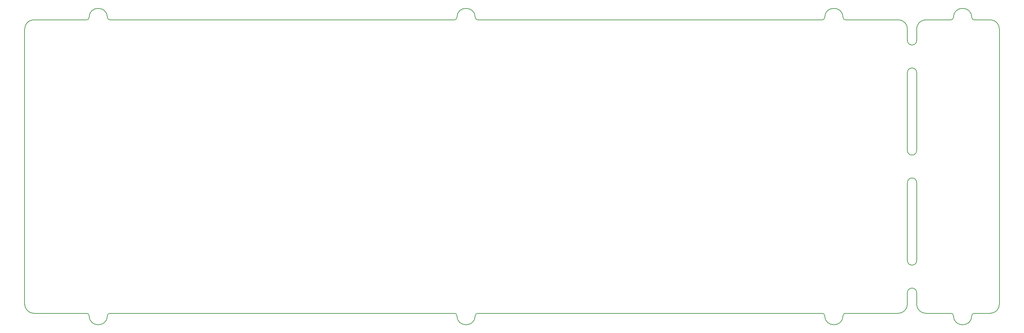
<source format=gbr>
G04 #@! TF.GenerationSoftware,KiCad,Pcbnew,(5.1.10-1-10_14)*
G04 #@! TF.CreationDate,2021-08-22T11:17:11-05:00*
G04 #@! TF.ProjectId,ori_bottom_plate,6f72695f-626f-4747-946f-6d5f706c6174,rev?*
G04 #@! TF.SameCoordinates,Original*
G04 #@! TF.FileFunction,Profile,NP*
%FSLAX46Y46*%
G04 Gerber Fmt 4.6, Leading zero omitted, Abs format (unit mm)*
G04 Created by KiCad (PCBNEW (5.1.10-1-10_14)) date 2021-08-22 11:17:11*
%MOMM*%
%LPD*%
G01*
G04 APERTURE LIST*
G04 #@! TA.AperFunction,Profile*
%ADD10C,0.150000*%
G04 #@! TD*
G04 APERTURE END LIST*
D10*
X392337567Y-116668952D02*
X396505150Y-116669080D01*
X379836330Y-116669080D02*
X386384437Y-116668952D01*
X391742254Y-117264265D02*
G75*
G02*
X386979750Y-117264265I-2381252J0D01*
G01*
X391742254Y-117264265D02*
G75*
G02*
X392337567Y-116668952I595313J0D01*
G01*
X386384437Y-116668952D02*
G75*
G02*
X386979750Y-117264265I0J-595313D01*
G01*
X392337567Y-40468888D02*
X396505150Y-40468760D01*
X379836330Y-40468760D02*
X386384437Y-40468888D01*
X359000007Y-40468888D02*
X372692550Y-40468760D01*
X263749959Y-40468888D02*
X353046877Y-40468888D01*
X168499879Y-40468888D02*
X257796829Y-40468888D01*
X148854110Y-40468760D02*
X162546749Y-40468888D01*
X162546749Y-116668952D02*
X148854110Y-116669080D01*
X257796829Y-116668952D02*
X168499879Y-116668952D01*
X353046877Y-116668952D02*
X263749959Y-116668952D01*
X359000007Y-116668952D02*
X372692550Y-116669080D01*
X358404694Y-117264265D02*
G75*
G02*
X353642190Y-117264265I-2381252J0D01*
G01*
X358404694Y-117264265D02*
G75*
G02*
X359000007Y-116668952I595313J0D01*
G01*
X353046877Y-116668952D02*
G75*
G02*
X353642190Y-117264265I0J-595313D01*
G01*
X263154646Y-117264265D02*
G75*
G02*
X258392142Y-117264265I-2381252J0D01*
G01*
X263154646Y-117264265D02*
G75*
G02*
X263749959Y-116668952I595313J0D01*
G01*
X257796829Y-116668952D02*
G75*
G02*
X258392142Y-117264265I0J-595313D01*
G01*
X167904566Y-117264265D02*
G75*
G02*
X163142062Y-117264265I-2381252J0D01*
G01*
X167904566Y-117264265D02*
G75*
G02*
X168499879Y-116668952I595313J0D01*
G01*
X162546749Y-116668952D02*
G75*
G02*
X163142062Y-117264265I0J-595313D01*
G01*
X163142062Y-39873575D02*
G75*
G02*
X167904566Y-39873575I2381252J0D01*
G01*
X163142062Y-39873575D02*
G75*
G02*
X162546749Y-40468888I-595313J0D01*
G01*
X168499879Y-40468888D02*
G75*
G02*
X167904566Y-39873575I0J595313D01*
G01*
X258392142Y-39873575D02*
G75*
G02*
X263154646Y-39873575I2381252J0D01*
G01*
X258392142Y-39873575D02*
G75*
G02*
X257796829Y-40468888I-595313J0D01*
G01*
X263749959Y-40468888D02*
G75*
G02*
X263154646Y-39873575I0J595313D01*
G01*
X353642190Y-39873575D02*
G75*
G02*
X358404694Y-39873575I2381252J0D01*
G01*
X353642190Y-39873575D02*
G75*
G02*
X353046877Y-40468888I-595313J0D01*
G01*
X359000007Y-40468888D02*
G75*
G02*
X358404694Y-39873575I0J595313D01*
G01*
X386979750Y-39873575D02*
G75*
G02*
X386384437Y-40468888I-595313J0D01*
G01*
X392337567Y-40468888D02*
G75*
G02*
X391742254Y-39873575I0J595313D01*
G01*
X386979750Y-39873575D02*
G75*
G02*
X391742254Y-39873575I2381252J0D01*
G01*
X146472850Y-42850020D02*
X146472850Y-114287820D01*
X377455070Y-111311245D02*
X377455070Y-114287820D01*
X375073810Y-111311245D02*
X375073810Y-114287820D01*
X375073810Y-82736125D02*
X375073810Y-102976835D01*
X377455070Y-82736125D02*
X377455070Y-102976835D01*
X377455070Y-74401715D02*
X377455070Y-54161005D01*
X375073810Y-54161005D02*
X375073810Y-74401715D01*
X377455070Y-42850020D02*
X377455070Y-45826595D01*
X398886410Y-114287820D02*
X398886410Y-42850020D01*
X375073810Y-42850020D02*
X375073810Y-45826595D01*
X377455070Y-42850020D02*
G75*
G02*
X379836330Y-40468760I2381260J0D01*
G01*
X379836330Y-116669080D02*
G75*
G02*
X377455070Y-114287820I0J2381260D01*
G01*
X375073810Y-111311245D02*
G75*
G02*
X377455070Y-111311245I1190630J0D01*
G01*
X377455070Y-102976835D02*
G75*
G02*
X375073810Y-102976835I-1190630J0D01*
G01*
X375073810Y-82736125D02*
G75*
G02*
X377455070Y-82736125I1190630J0D01*
G01*
X377455070Y-74401715D02*
G75*
G02*
X375073810Y-74401715I-1190630J0D01*
G01*
X375073810Y-54161005D02*
G75*
G02*
X377455070Y-54161005I1190630J0D01*
G01*
X377455070Y-45826595D02*
G75*
G02*
X375073810Y-45826595I-1190630J0D01*
G01*
X396505150Y-40468760D02*
G75*
G02*
X398886410Y-42850020I0J-2381260D01*
G01*
X398886410Y-114287820D02*
G75*
G02*
X396505150Y-116669080I-2381260J0D01*
G01*
X372692550Y-40468760D02*
G75*
G02*
X375073810Y-42850020I0J-2381260D01*
G01*
X375073810Y-114287820D02*
G75*
G02*
X372692550Y-116669080I-2381260J0D01*
G01*
X148854110Y-116669080D02*
G75*
G02*
X146472850Y-114287820I0J2381260D01*
G01*
X146472850Y-42850020D02*
G75*
G02*
X148854110Y-40468760I2381260J0D01*
G01*
M02*

</source>
